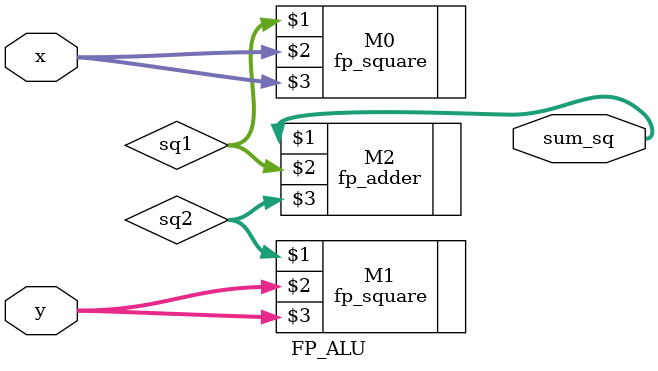
<source format=v>
/* 

ALU implementation. 

Contains the following:

- fp_adder 	(x1)
- fp_square (x2)

The output of the ALU gets taken as input
to an accumulator which is a secondf fp_adder
whose 2nd input is the output of a D ff.

*/

module FP_ALU (sum_sq, x, y);
	output 	[38:0] 	sum_sq;
	input 	[23:0] 	x, y;

	wire	[38:0] sq1, sq2;
	
	fp_square M0 (sq1, x, x);
	fp_square M1 (sq2, y, y);
	fp_adder  M2 (sum_sq, sq1, sq2);	
endmodule

</source>
